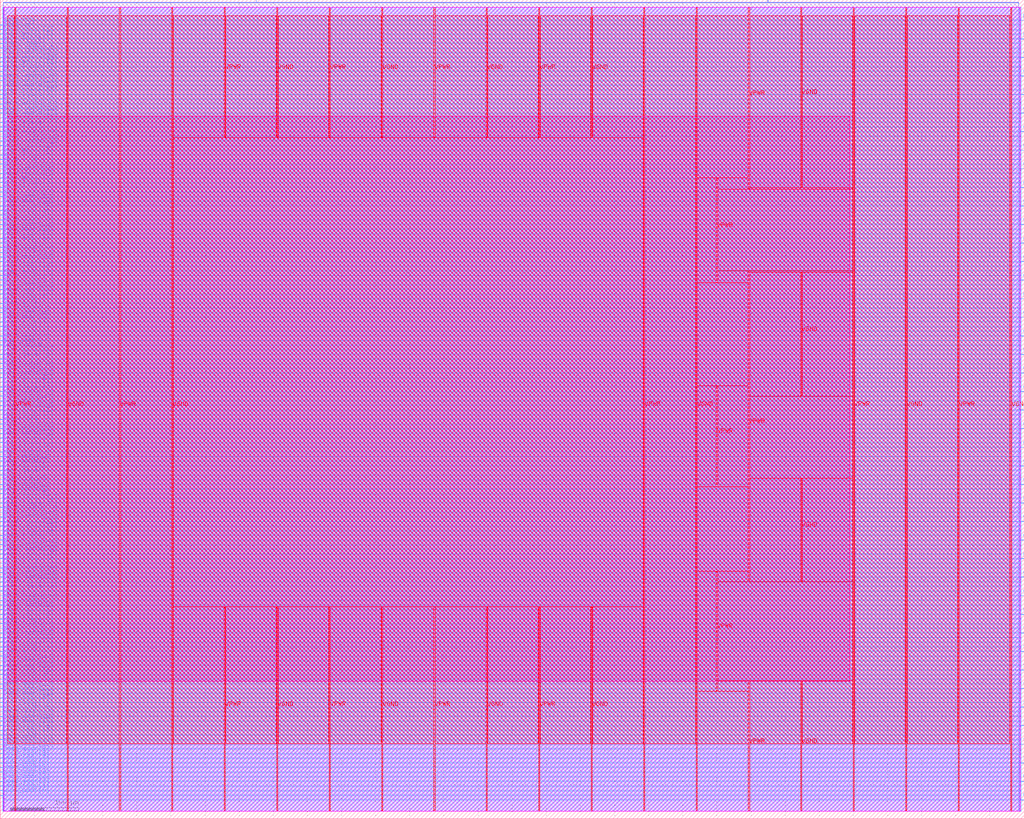
<source format=lef>
VERSION 5.7 ;
  NOWIREEXTENSIONATPIN ON ;
  DIVIDERCHAR "/" ;
  BUSBITCHARS "[]" ;
MACRO aether_soc
  CLASS BLOCK ;
  FOREIGN aether_soc ;
  ORIGIN 0.000 0.000 ;
  SIZE 1500.000 BY 1200.000 ;
  PIN VGND
    DIRECTION INOUT ;
    USE GROUND ;
    PORT
      LAYER met4 ;
        RECT 97.840 10.640 99.440 1188.880 ;
    END
    PORT
      LAYER met4 ;
        RECT 251.440 10.640 253.040 1188.880 ;
    END
    PORT
      LAYER met4 ;
        RECT 405.040 10.640 406.640 310.235 ;
    END
    PORT
      LAYER met4 ;
        RECT 405.040 998.245 406.640 1188.880 ;
    END
    PORT
      LAYER met4 ;
        RECT 558.640 10.640 560.240 310.235 ;
    END
    PORT
      LAYER met4 ;
        RECT 558.640 998.245 560.240 1188.880 ;
    END
    PORT
      LAYER met4 ;
        RECT 712.240 10.640 713.840 310.235 ;
    END
    PORT
      LAYER met4 ;
        RECT 712.240 998.245 713.840 1188.880 ;
    END
    PORT
      LAYER met4 ;
        RECT 865.840 10.640 867.440 310.235 ;
    END
    PORT
      LAYER met4 ;
        RECT 865.840 998.245 867.440 1188.880 ;
    END
    PORT
      LAYER met4 ;
        RECT 1019.440 10.640 1021.040 1188.880 ;
    END
    PORT
      LAYER met4 ;
        RECT 1173.040 10.640 1174.640 202.115 ;
    END
    PORT
      LAYER met4 ;
        RECT 1173.040 347.485 1174.640 498.715 ;
    END
    PORT
      LAYER met4 ;
        RECT 1173.040 619.640 1174.640 800.040 ;
    END
    PORT
      LAYER met4 ;
        RECT 1173.040 925.080 1174.640 1188.880 ;
    END
    PORT
      LAYER met4 ;
        RECT 1326.640 10.640 1328.240 1188.880 ;
    END
    PORT
      LAYER met4 ;
        RECT 1480.240 10.640 1481.840 1188.880 ;
    END
  END VGND
  PIN VPWR
    DIRECTION INOUT ;
    USE POWER ;
    PORT
      LAYER met4 ;
        RECT 21.040 10.640 22.640 1188.880 ;
    END
    PORT
      LAYER met4 ;
        RECT 174.640 10.640 176.240 1188.880 ;
    END
    PORT
      LAYER met4 ;
        RECT 328.240 10.640 329.840 310.235 ;
    END
    PORT
      LAYER met4 ;
        RECT 328.240 998.245 329.840 1188.880 ;
    END
    PORT
      LAYER met4 ;
        RECT 481.840 10.640 483.440 310.235 ;
    END
    PORT
      LAYER met4 ;
        RECT 481.840 998.245 483.440 1188.880 ;
    END
    PORT
      LAYER met4 ;
        RECT 635.440 10.640 637.040 310.235 ;
    END
    PORT
      LAYER met4 ;
        RECT 635.440 998.245 637.040 1188.880 ;
    END
    PORT
      LAYER met4 ;
        RECT 789.040 10.640 790.640 310.235 ;
    END
    PORT
      LAYER met4 ;
        RECT 789.040 998.245 790.640 1188.880 ;
    END
    PORT
      LAYER met4 ;
        RECT 942.640 10.640 944.240 1188.880 ;
    END
    PORT
      LAYER met4 ;
        RECT 1096.240 10.640 1097.840 202.115 ;
    END
    PORT
      LAYER met4 ;
        RECT 1096.240 347.485 1097.840 802.795 ;
    END
    PORT
      LAYER met4 ;
        RECT 1096.240 923.005 1097.840 1188.880 ;
    END
    PORT
      LAYER met4 ;
        RECT 1249.840 10.640 1251.440 1188.880 ;
    END
    PORT
      LAYER met4 ;
        RECT 1403.440 10.640 1405.040 1188.880 ;
    END
    PORT
      LAYER met4 ;
        RECT 1049.380 187.440 1050.980 362.000 ;
    END
    PORT
      LAYER met4 ;
        RECT 1049.380 486.640 1050.980 634.000 ;
    END
    PORT
      LAYER met4 ;
        RECT 1049.380 785.840 1050.980 938.640 ;
    END
  END VPWR
  PIN clk
    DIRECTION INPUT ;
    USE SIGNAL ;
    ANTENNAGATEAREA 0.852000 ;
    ANTENNADIFFAREA 0.434700 ;
    PORT
      LAYER met2 ;
        RECT 374.990 1196.000 375.270 1200.000 ;
    END
  END clk
  PIN dmem_addr[0]
    DIRECTION OUTPUT ;
    USE SIGNAL ;
    ANTENNADIFFAREA 0.445500 ;
    PORT
      LAYER met3 ;
        RECT 0.000 693.640 4.000 694.240 ;
    END
  END dmem_addr[0]
  PIN dmem_addr[10]
    DIRECTION OUTPUT ;
    USE SIGNAL ;
    ANTENNADIFFAREA 0.445500 ;
    PORT
      LAYER met3 ;
        RECT 0.000 761.640 4.000 762.240 ;
    END
  END dmem_addr[10]
  PIN dmem_addr[11]
    DIRECTION OUTPUT ;
    USE SIGNAL ;
    ANTENNADIFFAREA 0.445500 ;
    PORT
      LAYER met3 ;
        RECT 0.000 768.440 4.000 769.040 ;
    END
  END dmem_addr[11]
  PIN dmem_addr[12]
    DIRECTION OUTPUT ;
    USE SIGNAL ;
    ANTENNADIFFAREA 0.445500 ;
    PORT
      LAYER met3 ;
        RECT 0.000 775.240 4.000 775.840 ;
    END
  END dmem_addr[12]
  PIN dmem_addr[13]
    DIRECTION OUTPUT ;
    USE SIGNAL ;
    ANTENNADIFFAREA 0.445500 ;
    PORT
      LAYER met3 ;
        RECT 0.000 782.040 4.000 782.640 ;
    END
  END dmem_addr[13]
  PIN dmem_addr[14]
    DIRECTION OUTPUT ;
    USE SIGNAL ;
    ANTENNADIFFAREA 0.445500 ;
    PORT
      LAYER met3 ;
        RECT 0.000 788.840 4.000 789.440 ;
    END
  END dmem_addr[14]
  PIN dmem_addr[15]
    DIRECTION OUTPUT ;
    USE SIGNAL ;
    ANTENNADIFFAREA 0.445500 ;
    PORT
      LAYER met3 ;
        RECT 0.000 795.640 4.000 796.240 ;
    END
  END dmem_addr[15]
  PIN dmem_addr[16]
    DIRECTION OUTPUT ;
    USE SIGNAL ;
    ANTENNADIFFAREA 0.445500 ;
    PORT
      LAYER met3 ;
        RECT 0.000 802.440 4.000 803.040 ;
    END
  END dmem_addr[16]
  PIN dmem_addr[17]
    DIRECTION OUTPUT ;
    USE SIGNAL ;
    ANTENNADIFFAREA 0.445500 ;
    PORT
      LAYER met3 ;
        RECT 0.000 809.240 4.000 809.840 ;
    END
  END dmem_addr[17]
  PIN dmem_addr[18]
    DIRECTION OUTPUT ;
    USE SIGNAL ;
    ANTENNADIFFAREA 0.445500 ;
    PORT
      LAYER met3 ;
        RECT 0.000 816.040 4.000 816.640 ;
    END
  END dmem_addr[18]
  PIN dmem_addr[19]
    DIRECTION OUTPUT ;
    USE SIGNAL ;
    ANTENNADIFFAREA 0.445500 ;
    PORT
      LAYER met3 ;
        RECT 0.000 822.840 4.000 823.440 ;
    END
  END dmem_addr[19]
  PIN dmem_addr[1]
    DIRECTION OUTPUT ;
    USE SIGNAL ;
    ANTENNADIFFAREA 0.445500 ;
    PORT
      LAYER met3 ;
        RECT 0.000 700.440 4.000 701.040 ;
    END
  END dmem_addr[1]
  PIN dmem_addr[20]
    DIRECTION OUTPUT ;
    USE SIGNAL ;
    ANTENNADIFFAREA 0.445500 ;
    PORT
      LAYER met3 ;
        RECT 0.000 829.640 4.000 830.240 ;
    END
  END dmem_addr[20]
  PIN dmem_addr[21]
    DIRECTION OUTPUT ;
    USE SIGNAL ;
    ANTENNADIFFAREA 0.445500 ;
    PORT
      LAYER met3 ;
        RECT 0.000 836.440 4.000 837.040 ;
    END
  END dmem_addr[21]
  PIN dmem_addr[22]
    DIRECTION OUTPUT ;
    USE SIGNAL ;
    ANTENNADIFFAREA 0.445500 ;
    PORT
      LAYER met3 ;
        RECT 0.000 843.240 4.000 843.840 ;
    END
  END dmem_addr[22]
  PIN dmem_addr[23]
    DIRECTION OUTPUT ;
    USE SIGNAL ;
    ANTENNADIFFAREA 0.445500 ;
    PORT
      LAYER met3 ;
        RECT 0.000 850.040 4.000 850.640 ;
    END
  END dmem_addr[23]
  PIN dmem_addr[24]
    DIRECTION OUTPUT ;
    USE SIGNAL ;
    ANTENNADIFFAREA 0.445500 ;
    PORT
      LAYER met3 ;
        RECT 0.000 856.840 4.000 857.440 ;
    END
  END dmem_addr[24]
  PIN dmem_addr[25]
    DIRECTION OUTPUT ;
    USE SIGNAL ;
    ANTENNADIFFAREA 0.445500 ;
    PORT
      LAYER met3 ;
        RECT 0.000 863.640 4.000 864.240 ;
    END
  END dmem_addr[25]
  PIN dmem_addr[26]
    DIRECTION OUTPUT ;
    USE SIGNAL ;
    ANTENNADIFFAREA 0.445500 ;
    PORT
      LAYER met3 ;
        RECT 0.000 870.440 4.000 871.040 ;
    END
  END dmem_addr[26]
  PIN dmem_addr[27]
    DIRECTION OUTPUT ;
    USE SIGNAL ;
    ANTENNADIFFAREA 0.445500 ;
    PORT
      LAYER met3 ;
        RECT 0.000 877.240 4.000 877.840 ;
    END
  END dmem_addr[27]
  PIN dmem_addr[28]
    DIRECTION OUTPUT ;
    USE SIGNAL ;
    ANTENNADIFFAREA 0.445500 ;
    PORT
      LAYER met3 ;
        RECT 0.000 884.040 4.000 884.640 ;
    END
  END dmem_addr[28]
  PIN dmem_addr[29]
    DIRECTION OUTPUT ;
    USE SIGNAL ;
    ANTENNADIFFAREA 0.445500 ;
    PORT
      LAYER met3 ;
        RECT 0.000 890.840 4.000 891.440 ;
    END
  END dmem_addr[29]
  PIN dmem_addr[2]
    DIRECTION OUTPUT ;
    USE SIGNAL ;
    ANTENNADIFFAREA 0.445500 ;
    PORT
      LAYER met3 ;
        RECT 0.000 707.240 4.000 707.840 ;
    END
  END dmem_addr[2]
  PIN dmem_addr[30]
    DIRECTION OUTPUT ;
    USE SIGNAL ;
    ANTENNADIFFAREA 0.445500 ;
    PORT
      LAYER met3 ;
        RECT 0.000 897.640 4.000 898.240 ;
    END
  END dmem_addr[30]
  PIN dmem_addr[31]
    DIRECTION OUTPUT ;
    USE SIGNAL ;
    ANTENNADIFFAREA 0.445500 ;
    PORT
      LAYER met3 ;
        RECT 0.000 904.440 4.000 905.040 ;
    END
  END dmem_addr[31]
  PIN dmem_addr[3]
    DIRECTION OUTPUT ;
    USE SIGNAL ;
    ANTENNADIFFAREA 0.445500 ;
    PORT
      LAYER met3 ;
        RECT 0.000 714.040 4.000 714.640 ;
    END
  END dmem_addr[3]
  PIN dmem_addr[4]
    DIRECTION OUTPUT ;
    USE SIGNAL ;
    ANTENNADIFFAREA 0.445500 ;
    PORT
      LAYER met3 ;
        RECT 0.000 720.840 4.000 721.440 ;
    END
  END dmem_addr[4]
  PIN dmem_addr[5]
    DIRECTION OUTPUT ;
    USE SIGNAL ;
    ANTENNADIFFAREA 0.445500 ;
    PORT
      LAYER met3 ;
        RECT 0.000 727.640 4.000 728.240 ;
    END
  END dmem_addr[5]
  PIN dmem_addr[6]
    DIRECTION OUTPUT ;
    USE SIGNAL ;
    ANTENNADIFFAREA 0.445500 ;
    PORT
      LAYER met3 ;
        RECT 0.000 734.440 4.000 735.040 ;
    END
  END dmem_addr[6]
  PIN dmem_addr[7]
    DIRECTION OUTPUT ;
    USE SIGNAL ;
    ANTENNADIFFAREA 0.445500 ;
    PORT
      LAYER met3 ;
        RECT 0.000 741.240 4.000 741.840 ;
    END
  END dmem_addr[7]
  PIN dmem_addr[8]
    DIRECTION OUTPUT ;
    USE SIGNAL ;
    ANTENNADIFFAREA 0.445500 ;
    PORT
      LAYER met3 ;
        RECT 0.000 748.040 4.000 748.640 ;
    END
  END dmem_addr[8]
  PIN dmem_addr[9]
    DIRECTION OUTPUT ;
    USE SIGNAL ;
    ANTENNADIFFAREA 0.445500 ;
    PORT
      LAYER met3 ;
        RECT 0.000 754.840 4.000 755.440 ;
    END
  END dmem_addr[9]
  PIN dmem_ren
    DIRECTION OUTPUT ;
    USE SIGNAL ;
    ANTENNADIFFAREA 0.445500 ;
    PORT
      LAYER met3 ;
        RECT 0.000 1162.840 4.000 1163.440 ;
    END
  END dmem_ren
  PIN dmem_wdata[0]
    DIRECTION OUTPUT ;
    USE SIGNAL ;
    ANTENNADIFFAREA 0.445500 ;
    PORT
      LAYER met3 ;
        RECT 0.000 911.240 4.000 911.840 ;
    END
  END dmem_wdata[0]
  PIN dmem_wdata[10]
    DIRECTION OUTPUT ;
    USE SIGNAL ;
    ANTENNADIFFAREA 0.445500 ;
    PORT
      LAYER met3 ;
        RECT 0.000 979.240 4.000 979.840 ;
    END
  END dmem_wdata[10]
  PIN dmem_wdata[11]
    DIRECTION OUTPUT ;
    USE SIGNAL ;
    ANTENNADIFFAREA 0.445500 ;
    PORT
      LAYER met3 ;
        RECT 0.000 986.040 4.000 986.640 ;
    END
  END dmem_wdata[11]
  PIN dmem_wdata[12]
    DIRECTION OUTPUT ;
    USE SIGNAL ;
    ANTENNADIFFAREA 0.445500 ;
    PORT
      LAYER met3 ;
        RECT 0.000 992.840 4.000 993.440 ;
    END
  END dmem_wdata[12]
  PIN dmem_wdata[13]
    DIRECTION OUTPUT ;
    USE SIGNAL ;
    ANTENNADIFFAREA 0.445500 ;
    PORT
      LAYER met3 ;
        RECT 0.000 999.640 4.000 1000.240 ;
    END
  END dmem_wdata[13]
  PIN dmem_wdata[14]
    DIRECTION OUTPUT ;
    USE SIGNAL ;
    ANTENNADIFFAREA 0.445500 ;
    PORT
      LAYER met3 ;
        RECT 0.000 1006.440 4.000 1007.040 ;
    END
  END dmem_wdata[14]
  PIN dmem_wdata[15]
    DIRECTION OUTPUT ;
    USE SIGNAL ;
    ANTENNADIFFAREA 0.445500 ;
    PORT
      LAYER met3 ;
        RECT 0.000 1013.240 4.000 1013.840 ;
    END
  END dmem_wdata[15]
  PIN dmem_wdata[16]
    DIRECTION OUTPUT ;
    USE SIGNAL ;
    ANTENNADIFFAREA 0.445500 ;
    PORT
      LAYER met3 ;
        RECT 0.000 1020.040 4.000 1020.640 ;
    END
  END dmem_wdata[16]
  PIN dmem_wdata[17]
    DIRECTION OUTPUT ;
    USE SIGNAL ;
    ANTENNADIFFAREA 0.445500 ;
    PORT
      LAYER met3 ;
        RECT 0.000 1026.840 4.000 1027.440 ;
    END
  END dmem_wdata[17]
  PIN dmem_wdata[18]
    DIRECTION OUTPUT ;
    USE SIGNAL ;
    ANTENNADIFFAREA 0.445500 ;
    PORT
      LAYER met3 ;
        RECT 0.000 1033.640 4.000 1034.240 ;
    END
  END dmem_wdata[18]
  PIN dmem_wdata[19]
    DIRECTION OUTPUT ;
    USE SIGNAL ;
    ANTENNADIFFAREA 0.445500 ;
    PORT
      LAYER met3 ;
        RECT 0.000 1040.440 4.000 1041.040 ;
    END
  END dmem_wdata[19]
  PIN dmem_wdata[1]
    DIRECTION OUTPUT ;
    USE SIGNAL ;
    ANTENNADIFFAREA 0.445500 ;
    PORT
      LAYER met3 ;
        RECT 0.000 918.040 4.000 918.640 ;
    END
  END dmem_wdata[1]
  PIN dmem_wdata[20]
    DIRECTION OUTPUT ;
    USE SIGNAL ;
    ANTENNADIFFAREA 0.445500 ;
    PORT
      LAYER met3 ;
        RECT 0.000 1047.240 4.000 1047.840 ;
    END
  END dmem_wdata[20]
  PIN dmem_wdata[21]
    DIRECTION OUTPUT ;
    USE SIGNAL ;
    ANTENNADIFFAREA 0.445500 ;
    PORT
      LAYER met3 ;
        RECT 0.000 1054.040 4.000 1054.640 ;
    END
  END dmem_wdata[21]
  PIN dmem_wdata[22]
    DIRECTION OUTPUT ;
    USE SIGNAL ;
    ANTENNADIFFAREA 0.445500 ;
    PORT
      LAYER met3 ;
        RECT 0.000 1060.840 4.000 1061.440 ;
    END
  END dmem_wdata[22]
  PIN dmem_wdata[23]
    DIRECTION OUTPUT ;
    USE SIGNAL ;
    ANTENNADIFFAREA 0.445500 ;
    PORT
      LAYER met3 ;
        RECT 0.000 1067.640 4.000 1068.240 ;
    END
  END dmem_wdata[23]
  PIN dmem_wdata[24]
    DIRECTION OUTPUT ;
    USE SIGNAL ;
    ANTENNADIFFAREA 0.445500 ;
    PORT
      LAYER met3 ;
        RECT 0.000 1074.440 4.000 1075.040 ;
    END
  END dmem_wdata[24]
  PIN dmem_wdata[25]
    DIRECTION OUTPUT ;
    USE SIGNAL ;
    ANTENNADIFFAREA 0.445500 ;
    PORT
      LAYER met3 ;
        RECT 0.000 1081.240 4.000 1081.840 ;
    END
  END dmem_wdata[25]
  PIN dmem_wdata[26]
    DIRECTION OUTPUT ;
    USE SIGNAL ;
    ANTENNADIFFAREA 0.445500 ;
    PORT
      LAYER met3 ;
        RECT 0.000 1088.040 4.000 1088.640 ;
    END
  END dmem_wdata[26]
  PIN dmem_wdata[27]
    DIRECTION OUTPUT ;
    USE SIGNAL ;
    ANTENNADIFFAREA 0.445500 ;
    PORT
      LAYER met3 ;
        RECT 0.000 1094.840 4.000 1095.440 ;
    END
  END dmem_wdata[27]
  PIN dmem_wdata[28]
    DIRECTION OUTPUT ;
    USE SIGNAL ;
    ANTENNADIFFAREA 0.445500 ;
    PORT
      LAYER met3 ;
        RECT 0.000 1101.640 4.000 1102.240 ;
    END
  END dmem_wdata[28]
  PIN dmem_wdata[29]
    DIRECTION OUTPUT ;
    USE SIGNAL ;
    ANTENNADIFFAREA 0.445500 ;
    PORT
      LAYER met3 ;
        RECT 0.000 1108.440 4.000 1109.040 ;
    END
  END dmem_wdata[29]
  PIN dmem_wdata[2]
    DIRECTION OUTPUT ;
    USE SIGNAL ;
    ANTENNADIFFAREA 0.445500 ;
    PORT
      LAYER met3 ;
        RECT 0.000 924.840 4.000 925.440 ;
    END
  END dmem_wdata[2]
  PIN dmem_wdata[30]
    DIRECTION OUTPUT ;
    USE SIGNAL ;
    ANTENNADIFFAREA 0.445500 ;
    PORT
      LAYER met3 ;
        RECT 0.000 1115.240 4.000 1115.840 ;
    END
  END dmem_wdata[30]
  PIN dmem_wdata[31]
    DIRECTION OUTPUT ;
    USE SIGNAL ;
    ANTENNADIFFAREA 0.445500 ;
    PORT
      LAYER met3 ;
        RECT 0.000 1122.040 4.000 1122.640 ;
    END
  END dmem_wdata[31]
  PIN dmem_wdata[3]
    DIRECTION OUTPUT ;
    USE SIGNAL ;
    ANTENNADIFFAREA 0.445500 ;
    PORT
      LAYER met3 ;
        RECT 0.000 931.640 4.000 932.240 ;
    END
  END dmem_wdata[3]
  PIN dmem_wdata[4]
    DIRECTION OUTPUT ;
    USE SIGNAL ;
    ANTENNADIFFAREA 0.445500 ;
    PORT
      LAYER met3 ;
        RECT 0.000 938.440 4.000 939.040 ;
    END
  END dmem_wdata[4]
  PIN dmem_wdata[5]
    DIRECTION OUTPUT ;
    USE SIGNAL ;
    ANTENNADIFFAREA 0.445500 ;
    PORT
      LAYER met3 ;
        RECT 0.000 945.240 4.000 945.840 ;
    END
  END dmem_wdata[5]
  PIN dmem_wdata[6]
    DIRECTION OUTPUT ;
    USE SIGNAL ;
    ANTENNADIFFAREA 0.445500 ;
    PORT
      LAYER met3 ;
        RECT 0.000 952.040 4.000 952.640 ;
    END
  END dmem_wdata[6]
  PIN dmem_wdata[7]
    DIRECTION OUTPUT ;
    USE SIGNAL ;
    ANTENNADIFFAREA 0.445500 ;
    PORT
      LAYER met3 ;
        RECT 0.000 958.840 4.000 959.440 ;
    END
  END dmem_wdata[7]
  PIN dmem_wdata[8]
    DIRECTION OUTPUT ;
    USE SIGNAL ;
    ANTENNADIFFAREA 0.445500 ;
    PORT
      LAYER met3 ;
        RECT 0.000 965.640 4.000 966.240 ;
    END
  END dmem_wdata[8]
  PIN dmem_wdata[9]
    DIRECTION OUTPUT ;
    USE SIGNAL ;
    ANTENNADIFFAREA 0.445500 ;
    PORT
      LAYER met3 ;
        RECT 0.000 972.440 4.000 973.040 ;
    END
  END dmem_wdata[9]
  PIN dmem_wen
    DIRECTION OUTPUT ;
    USE SIGNAL ;
    ANTENNADIFFAREA 0.445500 ;
    PORT
      LAYER met3 ;
        RECT 0.000 1156.040 4.000 1156.640 ;
    END
  END dmem_wen
  PIN dmem_wmask[0]
    DIRECTION OUTPUT ;
    USE SIGNAL ;
    ANTENNADIFFAREA 0.445500 ;
    PORT
      LAYER met3 ;
        RECT 0.000 1128.840 4.000 1129.440 ;
    END
  END dmem_wmask[0]
  PIN dmem_wmask[1]
    DIRECTION OUTPUT ;
    USE SIGNAL ;
    ANTENNADIFFAREA 0.445500 ;
    PORT
      LAYER met3 ;
        RECT 0.000 1135.640 4.000 1136.240 ;
    END
  END dmem_wmask[1]
  PIN dmem_wmask[2]
    DIRECTION OUTPUT ;
    USE SIGNAL ;
    ANTENNADIFFAREA 0.445500 ;
    PORT
      LAYER met3 ;
        RECT 0.000 1142.440 4.000 1143.040 ;
    END
  END dmem_wmask[2]
  PIN dmem_wmask[3]
    DIRECTION OUTPUT ;
    USE SIGNAL ;
    ANTENNADIFFAREA 0.445500 ;
    PORT
      LAYER met3 ;
        RECT 0.000 1149.240 4.000 1149.840 ;
    END
  END dmem_wmask[3]
  PIN gpio_in[0]
    DIRECTION INPUT ;
    USE SIGNAL ;
    ANTENNAGATEAREA 0.159000 ;
    PORT
      LAYER met3 ;
        RECT 1496.000 516.840 1500.000 517.440 ;
    END
  END gpio_in[0]
  PIN gpio_in[10]
    DIRECTION INPUT ;
    USE SIGNAL ;
    ANTENNAGATEAREA 0.159000 ;
    PORT
      LAYER met3 ;
        RECT 1496.000 788.840 1500.000 789.440 ;
    END
  END gpio_in[10]
  PIN gpio_in[11]
    DIRECTION INPUT ;
    USE SIGNAL ;
    ANTENNAGATEAREA 0.159000 ;
    PORT
      LAYER met3 ;
        RECT 1496.000 816.040 1500.000 816.640 ;
    END
  END gpio_in[11]
  PIN gpio_in[1]
    DIRECTION INPUT ;
    USE SIGNAL ;
    ANTENNAGATEAREA 0.159000 ;
    PORT
      LAYER met3 ;
        RECT 1496.000 544.040 1500.000 544.640 ;
    END
  END gpio_in[1]
  PIN gpio_in[2]
    DIRECTION INPUT ;
    USE SIGNAL ;
    ANTENNAGATEAREA 0.159000 ;
    PORT
      LAYER met3 ;
        RECT 1496.000 571.240 1500.000 571.840 ;
    END
  END gpio_in[2]
  PIN gpio_in[3]
    DIRECTION INPUT ;
    USE SIGNAL ;
    ANTENNAGATEAREA 0.159000 ;
    PORT
      LAYER met3 ;
        RECT 1496.000 598.440 1500.000 599.040 ;
    END
  END gpio_in[3]
  PIN gpio_in[4]
    DIRECTION INPUT ;
    USE SIGNAL ;
    ANTENNAGATEAREA 0.159000 ;
    PORT
      LAYER met3 ;
        RECT 1496.000 625.640 1500.000 626.240 ;
    END
  END gpio_in[4]
  PIN gpio_in[5]
    DIRECTION INPUT ;
    USE SIGNAL ;
    ANTENNAGATEAREA 0.159000 ;
    PORT
      LAYER met3 ;
        RECT 1496.000 652.840 1500.000 653.440 ;
    END
  END gpio_in[5]
  PIN gpio_in[6]
    DIRECTION INPUT ;
    USE SIGNAL ;
    ANTENNAGATEAREA 0.159000 ;
    PORT
      LAYER met3 ;
        RECT 1496.000 680.040 1500.000 680.640 ;
    END
  END gpio_in[6]
  PIN gpio_in[7]
    DIRECTION INPUT ;
    USE SIGNAL ;
    ANTENNAGATEAREA 0.159000 ;
    PORT
      LAYER met3 ;
        RECT 1496.000 707.240 1500.000 707.840 ;
    END
  END gpio_in[7]
  PIN gpio_in[8]
    DIRECTION INPUT ;
    USE SIGNAL ;
    ANTENNAGATEAREA 0.159000 ;
    PORT
      LAYER met3 ;
        RECT 1496.000 734.440 1500.000 735.040 ;
    END
  END gpio_in[8]
  PIN gpio_in[9]
    DIRECTION INPUT ;
    USE SIGNAL ;
    ANTENNAGATEAREA 0.159000 ;
    PORT
      LAYER met3 ;
        RECT 1496.000 761.640 1500.000 762.240 ;
    END
  END gpio_in[9]
  PIN gpio_led[0]
    DIRECTION OUTPUT ;
    USE SIGNAL ;
    ANTENNADIFFAREA 0.445500 ;
    PORT
      LAYER met3 ;
        RECT 1496.000 408.040 1500.000 408.640 ;
    END
  END gpio_led[0]
  PIN gpio_led[1]
    DIRECTION OUTPUT ;
    USE SIGNAL ;
    ANTENNADIFFAREA 0.445500 ;
    PORT
      LAYER met3 ;
        RECT 1496.000 435.240 1500.000 435.840 ;
    END
  END gpio_led[1]
  PIN gpio_led[2]
    DIRECTION OUTPUT ;
    USE SIGNAL ;
    ANTENNADIFFAREA 0.445500 ;
    PORT
      LAYER met3 ;
        RECT 1496.000 462.440 1500.000 463.040 ;
    END
  END gpio_led[2]
  PIN gpio_led[3]
    DIRECTION OUTPUT ;
    USE SIGNAL ;
    ANTENNADIFFAREA 0.445500 ;
    PORT
      LAYER met3 ;
        RECT 1496.000 489.640 1500.000 490.240 ;
    END
  END gpio_led[3]
  PIN gpio_out[0]
    DIRECTION OUTPUT ;
    USE SIGNAL ;
    ANTENNADIFFAREA 0.445500 ;
    PORT
      LAYER met3 ;
        RECT 1496.000 843.240 1500.000 843.840 ;
    END
  END gpio_out[0]
  PIN gpio_out[10]
    DIRECTION OUTPUT ;
    USE SIGNAL ;
    ANTENNADIFFAREA 0.445500 ;
    PORT
      LAYER met3 ;
        RECT 1496.000 1115.240 1500.000 1115.840 ;
    END
  END gpio_out[10]
  PIN gpio_out[11]
    DIRECTION OUTPUT ;
    USE SIGNAL ;
    ANTENNADIFFAREA 0.445500 ;
    PORT
      LAYER met3 ;
        RECT 1496.000 1142.440 1500.000 1143.040 ;
    END
  END gpio_out[11]
  PIN gpio_out[1]
    DIRECTION OUTPUT ;
    USE SIGNAL ;
    ANTENNADIFFAREA 0.445500 ;
    PORT
      LAYER met3 ;
        RECT 1496.000 870.440 1500.000 871.040 ;
    END
  END gpio_out[1]
  PIN gpio_out[2]
    DIRECTION OUTPUT ;
    USE SIGNAL ;
    ANTENNADIFFAREA 0.445500 ;
    PORT
      LAYER met3 ;
        RECT 1496.000 897.640 1500.000 898.240 ;
    END
  END gpio_out[2]
  PIN gpio_out[3]
    DIRECTION OUTPUT ;
    USE SIGNAL ;
    ANTENNADIFFAREA 0.445500 ;
    PORT
      LAYER met3 ;
        RECT 1496.000 924.840 1500.000 925.440 ;
    END
  END gpio_out[3]
  PIN gpio_out[4]
    DIRECTION OUTPUT ;
    USE SIGNAL ;
    ANTENNADIFFAREA 0.445500 ;
    PORT
      LAYER met3 ;
        RECT 1496.000 952.040 1500.000 952.640 ;
    END
  END gpio_out[4]
  PIN gpio_out[5]
    DIRECTION OUTPUT ;
    USE SIGNAL ;
    ANTENNADIFFAREA 0.445500 ;
    PORT
      LAYER met3 ;
        RECT 1496.000 979.240 1500.000 979.840 ;
    END
  END gpio_out[5]
  PIN gpio_out[6]
    DIRECTION OUTPUT ;
    USE SIGNAL ;
    ANTENNADIFFAREA 0.445500 ;
    PORT
      LAYER met3 ;
        RECT 1496.000 1006.440 1500.000 1007.040 ;
    END
  END gpio_out[6]
  PIN gpio_out[7]
    DIRECTION OUTPUT ;
    USE SIGNAL ;
    ANTENNADIFFAREA 0.445500 ;
    PORT
      LAYER met3 ;
        RECT 1496.000 1033.640 1500.000 1034.240 ;
    END
  END gpio_out[7]
  PIN gpio_out[8]
    DIRECTION OUTPUT ;
    USE SIGNAL ;
    ANTENNADIFFAREA 0.445500 ;
    PORT
      LAYER met3 ;
        RECT 1496.000 1060.840 1500.000 1061.440 ;
    END
  END gpio_out[8]
  PIN gpio_out[9]
    DIRECTION OUTPUT ;
    USE SIGNAL ;
    ANTENNADIFFAREA 0.445500 ;
    PORT
      LAYER met3 ;
        RECT 1496.000 1088.040 1500.000 1088.640 ;
    END
  END gpio_out[9]
  PIN gpio_sw[0]
    DIRECTION INPUT ;
    USE SIGNAL ;
    ANTENNAGATEAREA 0.213000 ;
    PORT
      LAYER met3 ;
        RECT 1496.000 299.240 1500.000 299.840 ;
    END
  END gpio_sw[0]
  PIN gpio_sw[1]
    DIRECTION INPUT ;
    USE SIGNAL ;
    ANTENNAGATEAREA 0.159000 ;
    PORT
      LAYER met3 ;
        RECT 1496.000 326.440 1500.000 327.040 ;
    END
  END gpio_sw[1]
  PIN gpio_sw[2]
    DIRECTION INPUT ;
    USE SIGNAL ;
    ANTENNAGATEAREA 0.159000 ;
    PORT
      LAYER met3 ;
        RECT 1496.000 353.640 1500.000 354.240 ;
    END
  END gpio_sw[2]
  PIN gpio_sw[3]
    DIRECTION INPUT ;
    USE SIGNAL ;
    ANTENNAGATEAREA 0.159000 ;
    PORT
      LAYER met3 ;
        RECT 1496.000 380.840 1500.000 381.440 ;
    END
  END gpio_sw[3]
  PIN imem_addr[0]
    DIRECTION OUTPUT ;
    USE SIGNAL ;
    ANTENNADIFFAREA 0.445500 ;
    PORT
      LAYER met3 ;
        RECT 0.000 34.040 4.000 34.640 ;
    END
  END imem_addr[0]
  PIN imem_addr[10]
    DIRECTION OUTPUT ;
    USE SIGNAL ;
    ANTENNADIFFAREA 0.445500 ;
    PORT
      LAYER met3 ;
        RECT 0.000 102.040 4.000 102.640 ;
    END
  END imem_addr[10]
  PIN imem_addr[11]
    DIRECTION OUTPUT ;
    USE SIGNAL ;
    ANTENNADIFFAREA 0.445500 ;
    PORT
      LAYER met3 ;
        RECT 0.000 108.840 4.000 109.440 ;
    END
  END imem_addr[11]
  PIN imem_addr[12]
    DIRECTION OUTPUT ;
    USE SIGNAL ;
    ANTENNADIFFAREA 0.445500 ;
    PORT
      LAYER met3 ;
        RECT 0.000 115.640 4.000 116.240 ;
    END
  END imem_addr[12]
  PIN imem_addr[13]
    DIRECTION OUTPUT ;
    USE SIGNAL ;
    ANTENNADIFFAREA 0.445500 ;
    PORT
      LAYER met3 ;
        RECT 0.000 122.440 4.000 123.040 ;
    END
  END imem_addr[13]
  PIN imem_addr[14]
    DIRECTION OUTPUT ;
    USE SIGNAL ;
    ANTENNADIFFAREA 0.445500 ;
    PORT
      LAYER met3 ;
        RECT 0.000 129.240 4.000 129.840 ;
    END
  END imem_addr[14]
  PIN imem_addr[15]
    DIRECTION OUTPUT ;
    USE SIGNAL ;
    ANTENNADIFFAREA 0.445500 ;
    PORT
      LAYER met3 ;
        RECT 0.000 136.040 4.000 136.640 ;
    END
  END imem_addr[15]
  PIN imem_addr[16]
    DIRECTION OUTPUT ;
    USE SIGNAL ;
    ANTENNADIFFAREA 0.445500 ;
    PORT
      LAYER met3 ;
        RECT 0.000 142.840 4.000 143.440 ;
    END
  END imem_addr[16]
  PIN imem_addr[17]
    DIRECTION OUTPUT ;
    USE SIGNAL ;
    ANTENNADIFFAREA 0.445500 ;
    PORT
      LAYER met3 ;
        RECT 0.000 149.640 4.000 150.240 ;
    END
  END imem_addr[17]
  PIN imem_addr[18]
    DIRECTION OUTPUT ;
    USE SIGNAL ;
    ANTENNADIFFAREA 0.445500 ;
    PORT
      LAYER met3 ;
        RECT 0.000 156.440 4.000 157.040 ;
    END
  END imem_addr[18]
  PIN imem_addr[19]
    DIRECTION OUTPUT ;
    USE SIGNAL ;
    ANTENNADIFFAREA 0.445500 ;
    PORT
      LAYER met3 ;
        RECT 0.000 163.240 4.000 163.840 ;
    END
  END imem_addr[19]
  PIN imem_addr[1]
    DIRECTION OUTPUT ;
    USE SIGNAL ;
    ANTENNADIFFAREA 0.445500 ;
    PORT
      LAYER met3 ;
        RECT 0.000 40.840 4.000 41.440 ;
    END
  END imem_addr[1]
  PIN imem_addr[20]
    DIRECTION OUTPUT ;
    USE SIGNAL ;
    ANTENNADIFFAREA 0.445500 ;
    PORT
      LAYER met3 ;
        RECT 0.000 170.040 4.000 170.640 ;
    END
  END imem_addr[20]
  PIN imem_addr[21]
    DIRECTION OUTPUT ;
    USE SIGNAL ;
    ANTENNADIFFAREA 0.445500 ;
    PORT
      LAYER met3 ;
        RECT 0.000 176.840 4.000 177.440 ;
    END
  END imem_addr[21]
  PIN imem_addr[22]
    DIRECTION OUTPUT ;
    USE SIGNAL ;
    ANTENNADIFFAREA 0.445500 ;
    PORT
      LAYER met3 ;
        RECT 0.000 183.640 4.000 184.240 ;
    END
  END imem_addr[22]
  PIN imem_addr[23]
    DIRECTION OUTPUT ;
    USE SIGNAL ;
    ANTENNADIFFAREA 0.445500 ;
    PORT
      LAYER met3 ;
        RECT 0.000 190.440 4.000 191.040 ;
    END
  END imem_addr[23]
  PIN imem_addr[24]
    DIRECTION OUTPUT ;
    USE SIGNAL ;
    ANTENNADIFFAREA 0.445500 ;
    PORT
      LAYER met3 ;
        RECT 0.000 197.240 4.000 197.840 ;
    END
  END imem_addr[24]
  PIN imem_addr[25]
    DIRECTION OUTPUT ;
    USE SIGNAL ;
    ANTENNADIFFAREA 0.445500 ;
    PORT
      LAYER met3 ;
        RECT 0.000 204.040 4.000 204.640 ;
    END
  END imem_addr[25]
  PIN imem_addr[26]
    DIRECTION OUTPUT ;
    USE SIGNAL ;
    ANTENNADIFFAREA 0.445500 ;
    PORT
      LAYER met3 ;
        RECT 0.000 210.840 4.000 211.440 ;
    END
  END imem_addr[26]
  PIN imem_addr[27]
    DIRECTION OUTPUT ;
    USE SIGNAL ;
    ANTENNADIFFAREA 0.445500 ;
    PORT
      LAYER met3 ;
        RECT 0.000 217.640 4.000 218.240 ;
    END
  END imem_addr[27]
  PIN imem_addr[28]
    DIRECTION OUTPUT ;
    USE SIGNAL ;
    ANTENNADIFFAREA 0.445500 ;
    PORT
      LAYER met3 ;
        RECT 0.000 224.440 4.000 225.040 ;
    END
  END imem_addr[28]
  PIN imem_addr[29]
    DIRECTION OUTPUT ;
    USE SIGNAL ;
    ANTENNADIFFAREA 0.445500 ;
    PORT
      LAYER met3 ;
        RECT 0.000 231.240 4.000 231.840 ;
    END
  END imem_addr[29]
  PIN imem_addr[2]
    DIRECTION OUTPUT ;
    USE SIGNAL ;
    ANTENNADIFFAREA 0.445500 ;
    PORT
      LAYER met3 ;
        RECT 0.000 47.640 4.000 48.240 ;
    END
  END imem_addr[2]
  PIN imem_addr[30]
    DIRECTION OUTPUT ;
    USE SIGNAL ;
    ANTENNADIFFAREA 0.445500 ;
    PORT
      LAYER met3 ;
        RECT 0.000 238.040 4.000 238.640 ;
    END
  END imem_addr[30]
  PIN imem_addr[31]
    DIRECTION OUTPUT ;
    USE SIGNAL ;
    ANTENNADIFFAREA 0.445500 ;
    PORT
      LAYER met3 ;
        RECT 0.000 244.840 4.000 245.440 ;
    END
  END imem_addr[31]
  PIN imem_addr[3]
    DIRECTION OUTPUT ;
    USE SIGNAL ;
    ANTENNADIFFAREA 0.445500 ;
    PORT
      LAYER met3 ;
        RECT 0.000 54.440 4.000 55.040 ;
    END
  END imem_addr[3]
  PIN imem_addr[4]
    DIRECTION OUTPUT ;
    USE SIGNAL ;
    ANTENNADIFFAREA 0.445500 ;
    PORT
      LAYER met3 ;
        RECT 0.000 61.240 4.000 61.840 ;
    END
  END imem_addr[4]
  PIN imem_addr[5]
    DIRECTION OUTPUT ;
    USE SIGNAL ;
    ANTENNADIFFAREA 0.445500 ;
    PORT
      LAYER met3 ;
        RECT 0.000 68.040 4.000 68.640 ;
    END
  END imem_addr[5]
  PIN imem_addr[6]
    DIRECTION OUTPUT ;
    USE SIGNAL ;
    ANTENNADIFFAREA 0.445500 ;
    PORT
      LAYER met3 ;
        RECT 0.000 74.840 4.000 75.440 ;
    END
  END imem_addr[6]
  PIN imem_addr[7]
    DIRECTION OUTPUT ;
    USE SIGNAL ;
    ANTENNADIFFAREA 0.445500 ;
    PORT
      LAYER met3 ;
        RECT 0.000 81.640 4.000 82.240 ;
    END
  END imem_addr[7]
  PIN imem_addr[8]
    DIRECTION OUTPUT ;
    USE SIGNAL ;
    ANTENNADIFFAREA 0.445500 ;
    PORT
      LAYER met3 ;
        RECT 0.000 88.440 4.000 89.040 ;
    END
  END imem_addr[8]
  PIN imem_addr[9]
    DIRECTION OUTPUT ;
    USE SIGNAL ;
    ANTENNADIFFAREA 0.445500 ;
    PORT
      LAYER met3 ;
        RECT 0.000 95.240 4.000 95.840 ;
    END
  END imem_addr[9]
  PIN imem_rdata[0]
    DIRECTION INPUT ;
    USE SIGNAL ;
    ANTENNADIFFAREA 9.998099 ;
    PORT
      LAYER met3 ;
        RECT 0.000 251.640 4.000 252.240 ;
    END
  END imem_rdata[0]
  PIN imem_rdata[10]
    DIRECTION INPUT ;
    USE SIGNAL ;
    ANTENNADIFFAREA 0.434700 ;
    PORT
      LAYER met3 ;
        RECT 0.000 319.640 4.000 320.240 ;
    END
  END imem_rdata[10]
  PIN imem_rdata[11]
    DIRECTION INPUT ;
    USE SIGNAL ;
    ANTENNADIFFAREA 0.434700 ;
    PORT
      LAYER met3 ;
        RECT 0.000 326.440 4.000 327.040 ;
    END
  END imem_rdata[11]
  PIN imem_rdata[12]
    DIRECTION INPUT ;
    USE SIGNAL ;
    ANTENNADIFFAREA 3.912300 ;
    PORT
      LAYER met3 ;
        RECT 0.000 333.240 4.000 333.840 ;
    END
  END imem_rdata[12]
  PIN imem_rdata[13]
    DIRECTION INPUT ;
    USE SIGNAL ;
    ANTENNADIFFAREA 3.477600 ;
    PORT
      LAYER met3 ;
        RECT 0.000 340.040 4.000 340.640 ;
    END
  END imem_rdata[13]
  PIN imem_rdata[14]
    DIRECTION INPUT ;
    USE SIGNAL ;
    ANTENNADIFFAREA 0.869400 ;
    PORT
      LAYER met3 ;
        RECT 0.000 346.840 4.000 347.440 ;
    END
  END imem_rdata[14]
  PIN imem_rdata[15]
    DIRECTION INPUT ;
    USE SIGNAL ;
    ANTENNADIFFAREA 1.738800 ;
    PORT
      LAYER met3 ;
        RECT 0.000 353.640 4.000 354.240 ;
    END
  END imem_rdata[15]
  PIN imem_rdata[16]
    DIRECTION INPUT ;
    USE SIGNAL ;
    ANTENNADIFFAREA 1.304100 ;
    PORT
      LAYER met3 ;
        RECT 0.000 360.440 4.000 361.040 ;
    END
  END imem_rdata[16]
  PIN imem_rdata[17]
    DIRECTION INPUT ;
    USE SIGNAL ;
    ANTENNADIFFAREA 0.434700 ;
    PORT
      LAYER met3 ;
        RECT 0.000 367.240 4.000 367.840 ;
    END
  END imem_rdata[17]
  PIN imem_rdata[18]
    DIRECTION INPUT ;
    USE SIGNAL ;
    ANTENNADIFFAREA 0.434700 ;
    PORT
      LAYER met3 ;
        RECT 0.000 374.040 4.000 374.640 ;
    END
  END imem_rdata[18]
  PIN imem_rdata[19]
    DIRECTION INPUT ;
    USE SIGNAL ;
    ANTENNADIFFAREA 0.434700 ;
    PORT
      LAYER met3 ;
        RECT 0.000 380.840 4.000 381.440 ;
    END
  END imem_rdata[19]
  PIN imem_rdata[1]
    DIRECTION INPUT ;
    USE SIGNAL ;
    ANTENNADIFFAREA 15.214499 ;
    PORT
      LAYER met3 ;
        RECT 0.000 258.440 4.000 259.040 ;
    END
  END imem_rdata[1]
  PIN imem_rdata[20]
    DIRECTION INPUT ;
    USE SIGNAL ;
    ANTENNADIFFAREA 1.304100 ;
    PORT
      LAYER met3 ;
        RECT 0.000 387.640 4.000 388.240 ;
    END
  END imem_rdata[20]
  PIN imem_rdata[21]
    DIRECTION INPUT ;
    USE SIGNAL ;
    ANTENNADIFFAREA 0.434700 ;
    PORT
      LAYER met3 ;
        RECT 0.000 394.440 4.000 395.040 ;
    END
  END imem_rdata[21]
  PIN imem_rdata[22]
    DIRECTION INPUT ;
    USE SIGNAL ;
    ANTENNADIFFAREA 4.781700 ;
    PORT
      LAYER met3 ;
        RECT 0.000 401.240 4.000 401.840 ;
    END
  END imem_rdata[22]
  PIN imem_rdata[23]
    DIRECTION INPUT ;
    USE SIGNAL ;
    ANTENNADIFFAREA 4.347000 ;
    PORT
      LAYER met3 ;
        RECT 0.000 408.040 4.000 408.640 ;
    END
  END imem_rdata[23]
  PIN imem_rdata[24]
    DIRECTION INPUT ;
    USE SIGNAL ;
    ANTENNADIFFAREA 19.561499 ;
    PORT
      LAYER met3 ;
        RECT 0.000 414.840 4.000 415.440 ;
    END
  END imem_rdata[24]
  PIN imem_rdata[25]
    DIRECTION INPUT ;
    USE SIGNAL ;
    ANTENNADIFFAREA 9.998099 ;
    PORT
      LAYER met3 ;
        RECT 0.000 421.640 4.000 422.240 ;
    END
  END imem_rdata[25]
  PIN imem_rdata[26]
    DIRECTION INPUT ;
    USE SIGNAL ;
    ANTENNADIFFAREA 7.389900 ;
    PORT
      LAYER met3 ;
        RECT 0.000 428.440 4.000 429.040 ;
    END
  END imem_rdata[26]
  PIN imem_rdata[27]
    DIRECTION INPUT ;
    USE SIGNAL ;
    ANTENNADIFFAREA 8.259300 ;
    PORT
      LAYER met3 ;
        RECT 0.000 435.240 4.000 435.840 ;
    END
  END imem_rdata[27]
  PIN imem_rdata[28]
    DIRECTION INPUT ;
    USE SIGNAL ;
    ANTENNADIFFAREA 9.128699 ;
    PORT
      LAYER met3 ;
        RECT 0.000 442.040 4.000 442.640 ;
    END
  END imem_rdata[28]
  PIN imem_rdata[29]
    DIRECTION INPUT ;
    USE SIGNAL ;
    ANTENNADIFFAREA 9.998099 ;
    PORT
      LAYER met3 ;
        RECT 0.000 448.840 4.000 449.440 ;
    END
  END imem_rdata[29]
  PIN imem_rdata[2]
    DIRECTION INPUT ;
    USE SIGNAL ;
    ANTENNADIFFAREA 9.563399 ;
    PORT
      LAYER met3 ;
        RECT 0.000 265.240 4.000 265.840 ;
    END
  END imem_rdata[2]
  PIN imem_rdata[30]
    DIRECTION INPUT ;
    USE SIGNAL ;
    ANTENNADIFFAREA 9.998099 ;
    PORT
      LAYER met3 ;
        RECT 0.000 455.640 4.000 456.240 ;
    END
  END imem_rdata[30]
  PIN imem_rdata[31]
    DIRECTION INPUT ;
    USE SIGNAL ;
    ANTENNADIFFAREA 9.998099 ;
    PORT
      LAYER met3 ;
        RECT 0.000 462.440 4.000 463.040 ;
    END
  END imem_rdata[31]
  PIN imem_rdata[3]
    DIRECTION INPUT ;
    USE SIGNAL ;
    ANTENNADIFFAREA 9.563399 ;
    PORT
      LAYER met3 ;
        RECT 0.000 272.040 4.000 272.640 ;
    END
  END imem_rdata[3]
  PIN imem_rdata[4]
    DIRECTION INPUT ;
    USE SIGNAL ;
    ANTENNADIFFAREA 12.171599 ;
    PORT
      LAYER met3 ;
        RECT 0.000 278.840 4.000 279.440 ;
    END
  END imem_rdata[4]
  PIN imem_rdata[5]
    DIRECTION INPUT ;
    USE SIGNAL ;
    ANTENNADIFFAREA 6.955200 ;
    PORT
      LAYER met3 ;
        RECT 0.000 285.640 4.000 286.240 ;
    END
  END imem_rdata[5]
  PIN imem_rdata[6]
    DIRECTION INPUT ;
    USE SIGNAL ;
    ANTENNADIFFAREA 8.694000 ;
    PORT
      LAYER met3 ;
        RECT 0.000 292.440 4.000 293.040 ;
    END
  END imem_rdata[6]
  PIN imem_rdata[7]
    DIRECTION INPUT ;
    USE SIGNAL ;
    ANTENNADIFFAREA 0.434700 ;
    PORT
      LAYER met3 ;
        RECT 0.000 299.240 4.000 299.840 ;
    END
  END imem_rdata[7]
  PIN imem_rdata[8]
    DIRECTION INPUT ;
    USE SIGNAL ;
    ANTENNADIFFAREA 4.781700 ;
    PORT
      LAYER met3 ;
        RECT 0.000 306.040 4.000 306.640 ;
    END
  END imem_rdata[8]
  PIN imem_rdata[9]
    DIRECTION INPUT ;
    USE SIGNAL ;
    ANTENNADIFFAREA 5.216400 ;
    PORT
      LAYER met3 ;
        RECT 0.000 312.840 4.000 313.440 ;
    END
  END imem_rdata[9]
  PIN pwm_out
    DIRECTION OUTPUT ;
    USE SIGNAL ;
    ANTENNADIFFAREA 0.445500 ;
    PORT
      LAYER met3 ;
        RECT 1496.000 1169.640 1500.000 1170.240 ;
    END
  END pwm_out
  PIN ram_rdata[0]
    DIRECTION INPUT ;
    USE SIGNAL ;
    ANTENNAGATEAREA 0.742500 ;
    PORT
      LAYER met3 ;
        RECT 0.000 469.240 4.000 469.840 ;
    END
  END ram_rdata[0]
  PIN ram_rdata[10]
    DIRECTION INPUT ;
    USE SIGNAL ;
    ANTENNAGATEAREA 0.426000 ;
    PORT
      LAYER met3 ;
        RECT 0.000 537.240 4.000 537.840 ;
    END
  END ram_rdata[10]
  PIN ram_rdata[11]
    DIRECTION INPUT ;
    USE SIGNAL ;
    ANTENNAGATEAREA 0.742500 ;
    PORT
      LAYER met3 ;
        RECT 0.000 544.040 4.000 544.640 ;
    END
  END ram_rdata[11]
  PIN ram_rdata[12]
    DIRECTION INPUT ;
    USE SIGNAL ;
    ANTENNAGATEAREA 0.426000 ;
    PORT
      LAYER met3 ;
        RECT 0.000 550.840 4.000 551.440 ;
    END
  END ram_rdata[12]
  PIN ram_rdata[13]
    DIRECTION INPUT ;
    USE SIGNAL ;
    ANTENNAGATEAREA 0.426000 ;
    PORT
      LAYER met3 ;
        RECT 0.000 557.640 4.000 558.240 ;
    END
  END ram_rdata[13]
  PIN ram_rdata[14]
    DIRECTION INPUT ;
    USE SIGNAL ;
    ANTENNAGATEAREA 0.426000 ;
    PORT
      LAYER met3 ;
        RECT 0.000 564.440 4.000 565.040 ;
    END
  END ram_rdata[14]
  PIN ram_rdata[15]
    DIRECTION INPUT ;
    USE SIGNAL ;
    ANTENNAGATEAREA 0.426000 ;
    PORT
      LAYER met3 ;
        RECT 0.000 571.240 4.000 571.840 ;
    END
  END ram_rdata[15]
  PIN ram_rdata[16]
    DIRECTION INPUT ;
    USE SIGNAL ;
    ANTENNAGATEAREA 0.426000 ;
    PORT
      LAYER met3 ;
        RECT 0.000 578.040 4.000 578.640 ;
    END
  END ram_rdata[16]
  PIN ram_rdata[17]
    DIRECTION INPUT ;
    USE SIGNAL ;
    ANTENNAGATEAREA 0.426000 ;
    PORT
      LAYER met3 ;
        RECT 0.000 584.840 4.000 585.440 ;
    END
  END ram_rdata[17]
  PIN ram_rdata[18]
    DIRECTION INPUT ;
    USE SIGNAL ;
    ANTENNAGATEAREA 0.426000 ;
    PORT
      LAYER met3 ;
        RECT 0.000 591.640 4.000 592.240 ;
    END
  END ram_rdata[18]
  PIN ram_rdata[19]
    DIRECTION INPUT ;
    USE SIGNAL ;
    ANTENNAGATEAREA 0.426000 ;
    PORT
      LAYER met3 ;
        RECT 0.000 598.440 4.000 599.040 ;
    END
  END ram_rdata[19]
  PIN ram_rdata[1]
    DIRECTION INPUT ;
    USE SIGNAL ;
    ANTENNAGATEAREA 0.495000 ;
    PORT
      LAYER met3 ;
        RECT 0.000 476.040 4.000 476.640 ;
    END
  END ram_rdata[1]
  PIN ram_rdata[20]
    DIRECTION INPUT ;
    USE SIGNAL ;
    ANTENNAGATEAREA 0.495000 ;
    PORT
      LAYER met3 ;
        RECT 0.000 605.240 4.000 605.840 ;
    END
  END ram_rdata[20]
  PIN ram_rdata[21]
    DIRECTION INPUT ;
    USE SIGNAL ;
    ANTENNAGATEAREA 0.426000 ;
    PORT
      LAYER met3 ;
        RECT 0.000 612.040 4.000 612.640 ;
    END
  END ram_rdata[21]
  PIN ram_rdata[22]
    DIRECTION INPUT ;
    USE SIGNAL ;
    ANTENNAGATEAREA 0.495000 ;
    PORT
      LAYER met3 ;
        RECT 0.000 618.840 4.000 619.440 ;
    END
  END ram_rdata[22]
  PIN ram_rdata[23]
    DIRECTION INPUT ;
    USE SIGNAL ;
    ANTENNAGATEAREA 0.426000 ;
    PORT
      LAYER met3 ;
        RECT 0.000 625.640 4.000 626.240 ;
    END
  END ram_rdata[23]
  PIN ram_rdata[24]
    DIRECTION INPUT ;
    USE SIGNAL ;
    ANTENNAGATEAREA 0.495000 ;
    PORT
      LAYER met3 ;
        RECT 0.000 632.440 4.000 633.040 ;
    END
  END ram_rdata[24]
  PIN ram_rdata[25]
    DIRECTION INPUT ;
    USE SIGNAL ;
    ANTENNAGATEAREA 0.495000 ;
    PORT
      LAYER met3 ;
        RECT 0.000 639.240 4.000 639.840 ;
    END
  END ram_rdata[25]
  PIN ram_rdata[26]
    DIRECTION INPUT ;
    USE SIGNAL ;
    ANTENNAGATEAREA 0.495000 ;
    PORT
      LAYER met3 ;
        RECT 0.000 646.040 4.000 646.640 ;
    END
  END ram_rdata[26]
  PIN ram_rdata[27]
    DIRECTION INPUT ;
    USE SIGNAL ;
    ANTENNAGATEAREA 0.495000 ;
    PORT
      LAYER met3 ;
        RECT 0.000 652.840 4.000 653.440 ;
    END
  END ram_rdata[27]
  PIN ram_rdata[28]
    DIRECTION INPUT ;
    USE SIGNAL ;
    ANTENNAGATEAREA 0.495000 ;
    PORT
      LAYER met3 ;
        RECT 0.000 659.640 4.000 660.240 ;
    END
  END ram_rdata[28]
  PIN ram_rdata[29]
    DIRECTION INPUT ;
    USE SIGNAL ;
    ANTENNAGATEAREA 0.426000 ;
    PORT
      LAYER met3 ;
        RECT 0.000 666.440 4.000 667.040 ;
    END
  END ram_rdata[29]
  PIN ram_rdata[2]
    DIRECTION INPUT ;
    USE SIGNAL ;
    ANTENNAGATEAREA 0.495000 ;
    PORT
      LAYER met3 ;
        RECT 0.000 482.840 4.000 483.440 ;
    END
  END ram_rdata[2]
  PIN ram_rdata[30]
    DIRECTION INPUT ;
    USE SIGNAL ;
    ANTENNAGATEAREA 0.426000 ;
    PORT
      LAYER met3 ;
        RECT 0.000 673.240 4.000 673.840 ;
    END
  END ram_rdata[30]
  PIN ram_rdata[31]
    DIRECTION INPUT ;
    USE SIGNAL ;
    ANTENNAGATEAREA 0.426000 ;
    PORT
      LAYER met3 ;
        RECT 0.000 680.040 4.000 680.640 ;
    END
  END ram_rdata[31]
  PIN ram_rdata[3]
    DIRECTION INPUT ;
    USE SIGNAL ;
    ANTENNAGATEAREA 0.495000 ;
    PORT
      LAYER met3 ;
        RECT 0.000 489.640 4.000 490.240 ;
    END
  END ram_rdata[3]
  PIN ram_rdata[4]
    DIRECTION INPUT ;
    USE SIGNAL ;
    ANTENNAGATEAREA 0.742500 ;
    PORT
      LAYER met3 ;
        RECT 0.000 496.440 4.000 497.040 ;
    END
  END ram_rdata[4]
  PIN ram_rdata[5]
    DIRECTION INPUT ;
    USE SIGNAL ;
    ANTENNAGATEAREA 0.742500 ;
    PORT
      LAYER met3 ;
        RECT 0.000 503.240 4.000 503.840 ;
    END
  END ram_rdata[5]
  PIN ram_rdata[6]
    DIRECTION INPUT ;
    USE SIGNAL ;
    ANTENNAGATEAREA 0.495000 ;
    PORT
      LAYER met3 ;
        RECT 0.000 510.040 4.000 510.640 ;
    END
  END ram_rdata[6]
  PIN ram_rdata[7]
    DIRECTION INPUT ;
    USE SIGNAL ;
    ANTENNAGATEAREA 0.742500 ;
    PORT
      LAYER met3 ;
        RECT 0.000 516.840 4.000 517.440 ;
    END
  END ram_rdata[7]
  PIN ram_rdata[8]
    DIRECTION INPUT ;
    USE SIGNAL ;
    ANTENNAGATEAREA 0.495000 ;
    PORT
      LAYER met3 ;
        RECT 0.000 523.640 4.000 524.240 ;
    END
  END ram_rdata[8]
  PIN ram_rdata[9]
    DIRECTION INPUT ;
    USE SIGNAL ;
    ANTENNAGATEAREA 0.495000 ;
    PORT
      LAYER met3 ;
        RECT 0.000 530.440 4.000 531.040 ;
    END
  END ram_rdata[9]
  PIN ram_rvalid
    DIRECTION INPUT ;
    USE SIGNAL ;
    PORT
      LAYER met3 ;
        RECT 0.000 686.840 4.000 687.440 ;
    END
  END ram_rvalid
  PIN rstn
    DIRECTION INPUT ;
    USE SIGNAL ;
    ANTENNAGATEAREA 0.852000 ;
    PORT
      LAYER met2 ;
        RECT 1124.790 1196.000 1125.070 1200.000 ;
    END
  END rstn
  PIN spi_clk
    DIRECTION INOUT ;
    USE SIGNAL ;
    ANTENNADIFFAREA 4.347000 ;
    PORT
      LAYER met3 ;
        RECT 1496.000 81.640 1500.000 82.240 ;
    END
  END spi_clk
  PIN spi_master_cs[0]
    DIRECTION OUTPUT ;
    USE SIGNAL ;
    ANTENNADIFFAREA 0.445500 ;
    PORT
      LAYER met3 ;
        RECT 1496.000 190.440 1500.000 191.040 ;
    END
  END spi_master_cs[0]
  PIN spi_master_cs[1]
    DIRECTION OUTPUT ;
    USE SIGNAL ;
    ANTENNADIFFAREA 0.445500 ;
    PORT
      LAYER met3 ;
        RECT 1496.000 217.640 1500.000 218.240 ;
    END
  END spi_master_cs[1]
  PIN spi_master_cs[2]
    DIRECTION OUTPUT ;
    USE SIGNAL ;
    ANTENNADIFFAREA 0.445500 ;
    PORT
      LAYER met3 ;
        RECT 1496.000 244.840 1500.000 245.440 ;
    END
  END spi_master_cs[2]
  PIN spi_master_cs[3]
    DIRECTION OUTPUT ;
    USE SIGNAL ;
    ANTENNADIFFAREA 0.445500 ;
    PORT
      LAYER met3 ;
        RECT 1496.000 272.040 1500.000 272.640 ;
    END
  END spi_master_cs[3]
  PIN spi_miso
    DIRECTION INOUT ;
    USE SIGNAL ;
    PORT
      LAYER met3 ;
        RECT 1496.000 108.840 1500.000 109.440 ;
    END
  END spi_miso
  PIN spi_mosi
    DIRECTION INOUT ;
    USE SIGNAL ;
    PORT
      LAYER met3 ;
        RECT 1496.000 136.040 1500.000 136.640 ;
    END
  END spi_mosi
  PIN spi_slave_csn
    DIRECTION INPUT ;
    USE SIGNAL ;
    ANTENNAGATEAREA 0.247500 ;
    PORT
      LAYER met3 ;
        RECT 1496.000 163.240 1500.000 163.840 ;
    END
  END spi_slave_csn
  PIN uart_rx
    DIRECTION INPUT ;
    USE SIGNAL ;
    ANTENNAGATEAREA 0.426000 ;
    PORT
      LAYER met3 ;
        RECT 1496.000 27.240 1500.000 27.840 ;
    END
  END uart_rx
  PIN uart_tx
    DIRECTION OUTPUT ;
    USE SIGNAL ;
    ANTENNADIFFAREA 0.445500 ;
    PORT
      LAYER met3 ;
        RECT 1496.000 54.440 1500.000 55.040 ;
    END
  END uart_tx
  OBS
      LAYER nwell ;
        RECT 5.330 10.795 1494.270 1188.830 ;
      LAYER li1 ;
        RECT 5.520 10.795 1494.080 1188.725 ;
      LAYER met1 ;
        RECT 4.210 10.640 1494.080 1188.880 ;
      LAYER met2 ;
        RECT 4.230 1195.720 374.710 1196.530 ;
        RECT 375.550 1195.720 1124.510 1196.530 ;
        RECT 1125.350 1195.720 1492.610 1196.530 ;
        RECT 4.230 10.695 1492.610 1195.720 ;
      LAYER met3 ;
        RECT 3.990 1170.640 1496.000 1188.805 ;
        RECT 3.990 1169.240 1495.600 1170.640 ;
        RECT 3.990 1163.840 1496.000 1169.240 ;
        RECT 4.400 1162.440 1496.000 1163.840 ;
        RECT 3.990 1157.040 1496.000 1162.440 ;
        RECT 4.400 1155.640 1496.000 1157.040 ;
        RECT 3.990 1150.240 1496.000 1155.640 ;
        RECT 4.400 1148.840 1496.000 1150.240 ;
        RECT 3.990 1143.440 1496.000 1148.840 ;
        RECT 4.400 1142.040 1495.600 1143.440 ;
        RECT 3.990 1136.640 1496.000 1142.040 ;
        RECT 4.400 1135.240 1496.000 1136.640 ;
        RECT 3.990 1129.840 1496.000 1135.240 ;
        RECT 4.400 1128.440 1496.000 1129.840 ;
        RECT 3.990 1123.040 1496.000 1128.440 ;
        RECT 4.400 1121.640 1496.000 1123.040 ;
        RECT 3.990 1116.240 1496.000 1121.640 ;
        RECT 4.400 1114.840 1495.600 1116.240 ;
        RECT 3.990 1109.440 1496.000 1114.840 ;
        RECT 4.400 1108.040 1496.000 1109.440 ;
        RECT 3.990 1102.640 1496.000 1108.040 ;
        RECT 4.400 1101.240 1496.000 1102.640 ;
        RECT 3.990 1095.840 1496.000 1101.240 ;
        RECT 4.400 1094.440 1496.000 1095.840 ;
        RECT 3.990 1089.040 1496.000 1094.440 ;
        RECT 4.400 1087.640 1495.600 1089.040 ;
        RECT 3.990 1082.240 1496.000 1087.640 ;
        RECT 4.400 1080.840 1496.000 1082.240 ;
        RECT 3.990 1075.440 1496.000 1080.840 ;
        RECT 4.400 1074.040 1496.000 1075.440 ;
        RECT 3.990 1068.640 1496.000 1074.040 ;
        RECT 4.400 1067.240 1496.000 1068.640 ;
        RECT 3.990 1061.840 1496.000 1067.240 ;
        RECT 4.400 1060.440 1495.600 1061.840 ;
        RECT 3.990 1055.040 1496.000 1060.440 ;
        RECT 4.400 1053.640 1496.000 1055.040 ;
        RECT 3.990 1048.240 1496.000 1053.640 ;
        RECT 4.400 1046.840 1496.000 1048.240 ;
        RECT 3.990 1041.440 1496.000 1046.840 ;
        RECT 4.400 1040.040 1496.000 1041.440 ;
        RECT 3.990 1034.640 1496.000 1040.040 ;
        RECT 4.400 1033.240 1495.600 1034.640 ;
        RECT 3.990 1027.840 1496.000 1033.240 ;
        RECT 4.400 1026.440 1496.000 1027.840 ;
        RECT 3.990 1021.040 1496.000 1026.440 ;
        RECT 4.400 1019.640 1496.000 1021.040 ;
        RECT 3.990 1014.240 1496.000 1019.640 ;
        RECT 4.400 1012.840 1496.000 1014.240 ;
        RECT 3.990 1007.440 1496.000 1012.840 ;
        RECT 4.400 1006.040 1495.600 1007.440 ;
        RECT 3.990 1000.640 1496.000 1006.040 ;
        RECT 4.400 999.240 1496.000 1000.640 ;
        RECT 3.990 993.840 1496.000 999.240 ;
        RECT 4.400 992.440 1496.000 993.840 ;
        RECT 3.990 987.040 1496.000 992.440 ;
        RECT 4.400 985.640 1496.000 987.040 ;
        RECT 3.990 980.240 1496.000 985.640 ;
        RECT 4.400 978.840 1495.600 980.240 ;
        RECT 3.990 973.440 1496.000 978.840 ;
        RECT 4.400 972.040 1496.000 973.440 ;
        RECT 3.990 966.640 1496.000 972.040 ;
        RECT 4.400 965.240 1496.000 966.640 ;
        RECT 3.990 959.840 1496.000 965.240 ;
        RECT 4.400 958.440 1496.000 959.840 ;
        RECT 3.990 953.040 1496.000 958.440 ;
        RECT 4.400 951.640 1495.600 953.040 ;
        RECT 3.990 946.240 1496.000 951.640 ;
        RECT 4.400 944.840 1496.000 946.240 ;
        RECT 3.990 939.440 1496.000 944.840 ;
        RECT 4.400 938.040 1496.000 939.440 ;
        RECT 3.990 932.640 1496.000 938.040 ;
        RECT 4.400 931.240 1496.000 932.640 ;
        RECT 3.990 925.840 1496.000 931.240 ;
        RECT 4.400 924.440 1495.600 925.840 ;
        RECT 3.990 919.040 1496.000 924.440 ;
        RECT 4.400 917.640 1496.000 919.040 ;
        RECT 3.990 912.240 1496.000 917.640 ;
        RECT 4.400 910.840 1496.000 912.240 ;
        RECT 3.990 905.440 1496.000 910.840 ;
        RECT 4.400 904.040 1496.000 905.440 ;
        RECT 3.990 898.640 1496.000 904.040 ;
        RECT 4.400 897.240 1495.600 898.640 ;
        RECT 3.990 891.840 1496.000 897.240 ;
        RECT 4.400 890.440 1496.000 891.840 ;
        RECT 3.990 885.040 1496.000 890.440 ;
        RECT 4.400 883.640 1496.000 885.040 ;
        RECT 3.990 878.240 1496.000 883.640 ;
        RECT 4.400 876.840 1496.000 878.240 ;
        RECT 3.990 871.440 1496.000 876.840 ;
        RECT 4.400 870.040 1495.600 871.440 ;
        RECT 3.990 864.640 1496.000 870.040 ;
        RECT 4.400 863.240 1496.000 864.640 ;
        RECT 3.990 857.840 1496.000 863.240 ;
        RECT 4.400 856.440 1496.000 857.840 ;
        RECT 3.990 851.040 1496.000 856.440 ;
        RECT 4.400 849.640 1496.000 851.040 ;
        RECT 3.990 844.240 1496.000 849.640 ;
        RECT 4.400 842.840 1495.600 844.240 ;
        RECT 3.990 837.440 1496.000 842.840 ;
        RECT 4.400 836.040 1496.000 837.440 ;
        RECT 3.990 830.640 1496.000 836.040 ;
        RECT 4.400 829.240 1496.000 830.640 ;
        RECT 3.990 823.840 1496.000 829.240 ;
        RECT 4.400 822.440 1496.000 823.840 ;
        RECT 3.990 817.040 1496.000 822.440 ;
        RECT 4.400 815.640 1495.600 817.040 ;
        RECT 3.990 810.240 1496.000 815.640 ;
        RECT 4.400 808.840 1496.000 810.240 ;
        RECT 3.990 803.440 1496.000 808.840 ;
        RECT 4.400 802.040 1496.000 803.440 ;
        RECT 3.990 796.640 1496.000 802.040 ;
        RECT 4.400 795.240 1496.000 796.640 ;
        RECT 3.990 789.840 1496.000 795.240 ;
        RECT 4.400 788.440 1495.600 789.840 ;
        RECT 3.990 783.040 1496.000 788.440 ;
        RECT 4.400 781.640 1496.000 783.040 ;
        RECT 3.990 776.240 1496.000 781.640 ;
        RECT 4.400 774.840 1496.000 776.240 ;
        RECT 3.990 769.440 1496.000 774.840 ;
        RECT 4.400 768.040 1496.000 769.440 ;
        RECT 3.990 762.640 1496.000 768.040 ;
        RECT 4.400 761.240 1495.600 762.640 ;
        RECT 3.990 755.840 1496.000 761.240 ;
        RECT 4.400 754.440 1496.000 755.840 ;
        RECT 3.990 749.040 1496.000 754.440 ;
        RECT 4.400 747.640 1496.000 749.040 ;
        RECT 3.990 742.240 1496.000 747.640 ;
        RECT 4.400 740.840 1496.000 742.240 ;
        RECT 3.990 735.440 1496.000 740.840 ;
        RECT 4.400 734.040 1495.600 735.440 ;
        RECT 3.990 728.640 1496.000 734.040 ;
        RECT 4.400 727.240 1496.000 728.640 ;
        RECT 3.990 721.840 1496.000 727.240 ;
        RECT 4.400 720.440 1496.000 721.840 ;
        RECT 3.990 715.040 1496.000 720.440 ;
        RECT 4.400 713.640 1496.000 715.040 ;
        RECT 3.990 708.240 1496.000 713.640 ;
        RECT 4.400 706.840 1495.600 708.240 ;
        RECT 3.990 701.440 1496.000 706.840 ;
        RECT 4.400 700.040 1496.000 701.440 ;
        RECT 3.990 694.640 1496.000 700.040 ;
        RECT 4.400 693.240 1496.000 694.640 ;
        RECT 3.990 687.840 1496.000 693.240 ;
        RECT 4.400 686.440 1496.000 687.840 ;
        RECT 3.990 681.040 1496.000 686.440 ;
        RECT 4.400 679.640 1495.600 681.040 ;
        RECT 3.990 674.240 1496.000 679.640 ;
        RECT 4.400 672.840 1496.000 674.240 ;
        RECT 3.990 667.440 1496.000 672.840 ;
        RECT 4.400 666.040 1496.000 667.440 ;
        RECT 3.990 660.640 1496.000 666.040 ;
        RECT 4.400 659.240 1496.000 660.640 ;
        RECT 3.990 653.840 1496.000 659.240 ;
        RECT 4.400 652.440 1495.600 653.840 ;
        RECT 3.990 647.040 1496.000 652.440 ;
        RECT 4.400 645.640 1496.000 647.040 ;
        RECT 3.990 640.240 1496.000 645.640 ;
        RECT 4.400 638.840 1496.000 640.240 ;
        RECT 3.990 633.440 1496.000 638.840 ;
        RECT 4.400 632.040 1496.000 633.440 ;
        RECT 3.990 626.640 1496.000 632.040 ;
        RECT 4.400 625.240 1495.600 626.640 ;
        RECT 3.990 619.840 1496.000 625.240 ;
        RECT 4.400 618.440 1496.000 619.840 ;
        RECT 3.990 613.040 1496.000 618.440 ;
        RECT 4.400 611.640 1496.000 613.040 ;
        RECT 3.990 606.240 1496.000 611.640 ;
        RECT 4.400 604.840 1496.000 606.240 ;
        RECT 3.990 599.440 1496.000 604.840 ;
        RECT 4.400 598.040 1495.600 599.440 ;
        RECT 3.990 592.640 1496.000 598.040 ;
        RECT 4.400 591.240 1496.000 592.640 ;
        RECT 3.990 585.840 1496.000 591.240 ;
        RECT 4.400 584.440 1496.000 585.840 ;
        RECT 3.990 579.040 1496.000 584.440 ;
        RECT 4.400 577.640 1496.000 579.040 ;
        RECT 3.990 572.240 1496.000 577.640 ;
        RECT 4.400 570.840 1495.600 572.240 ;
        RECT 3.990 565.440 1496.000 570.840 ;
        RECT 4.400 564.040 1496.000 565.440 ;
        RECT 3.990 558.640 1496.000 564.040 ;
        RECT 4.400 557.240 1496.000 558.640 ;
        RECT 3.990 551.840 1496.000 557.240 ;
        RECT 4.400 550.440 1496.000 551.840 ;
        RECT 3.990 545.040 1496.000 550.440 ;
        RECT 4.400 543.640 1495.600 545.040 ;
        RECT 3.990 538.240 1496.000 543.640 ;
        RECT 4.400 536.840 1496.000 538.240 ;
        RECT 3.990 531.440 1496.000 536.840 ;
        RECT 4.400 530.040 1496.000 531.440 ;
        RECT 3.990 524.640 1496.000 530.040 ;
        RECT 4.400 523.240 1496.000 524.640 ;
        RECT 3.990 517.840 1496.000 523.240 ;
        RECT 4.400 516.440 1495.600 517.840 ;
        RECT 3.990 511.040 1496.000 516.440 ;
        RECT 4.400 509.640 1496.000 511.040 ;
        RECT 3.990 504.240 1496.000 509.640 ;
        RECT 4.400 502.840 1496.000 504.240 ;
        RECT 3.990 497.440 1496.000 502.840 ;
        RECT 4.400 496.040 1496.000 497.440 ;
        RECT 3.990 490.640 1496.000 496.040 ;
        RECT 4.400 489.240 1495.600 490.640 ;
        RECT 3.990 483.840 1496.000 489.240 ;
        RECT 4.400 482.440 1496.000 483.840 ;
        RECT 3.990 477.040 1496.000 482.440 ;
        RECT 4.400 475.640 1496.000 477.040 ;
        RECT 3.990 470.240 1496.000 475.640 ;
        RECT 4.400 468.840 1496.000 470.240 ;
        RECT 3.990 463.440 1496.000 468.840 ;
        RECT 4.400 462.040 1495.600 463.440 ;
        RECT 3.990 456.640 1496.000 462.040 ;
        RECT 4.400 455.240 1496.000 456.640 ;
        RECT 3.990 449.840 1496.000 455.240 ;
        RECT 4.400 448.440 1496.000 449.840 ;
        RECT 3.990 443.040 1496.000 448.440 ;
        RECT 4.400 441.640 1496.000 443.040 ;
        RECT 3.990 436.240 1496.000 441.640 ;
        RECT 4.400 434.840 1495.600 436.240 ;
        RECT 3.990 429.440 1496.000 434.840 ;
        RECT 4.400 428.040 1496.000 429.440 ;
        RECT 3.990 422.640 1496.000 428.040 ;
        RECT 4.400 421.240 1496.000 422.640 ;
        RECT 3.990 415.840 1496.000 421.240 ;
        RECT 4.400 414.440 1496.000 415.840 ;
        RECT 3.990 409.040 1496.000 414.440 ;
        RECT 4.400 407.640 1495.600 409.040 ;
        RECT 3.990 402.240 1496.000 407.640 ;
        RECT 4.400 400.840 1496.000 402.240 ;
        RECT 3.990 395.440 1496.000 400.840 ;
        RECT 4.400 394.040 1496.000 395.440 ;
        RECT 3.990 388.640 1496.000 394.040 ;
        RECT 4.400 387.240 1496.000 388.640 ;
        RECT 3.990 381.840 1496.000 387.240 ;
        RECT 4.400 380.440 1495.600 381.840 ;
        RECT 3.990 375.040 1496.000 380.440 ;
        RECT 4.400 373.640 1496.000 375.040 ;
        RECT 3.990 368.240 1496.000 373.640 ;
        RECT 4.400 366.840 1496.000 368.240 ;
        RECT 3.990 361.440 1496.000 366.840 ;
        RECT 4.400 360.040 1496.000 361.440 ;
        RECT 3.990 354.640 1496.000 360.040 ;
        RECT 4.400 353.240 1495.600 354.640 ;
        RECT 3.990 347.840 1496.000 353.240 ;
        RECT 4.400 346.440 1496.000 347.840 ;
        RECT 3.990 341.040 1496.000 346.440 ;
        RECT 4.400 339.640 1496.000 341.040 ;
        RECT 3.990 334.240 1496.000 339.640 ;
        RECT 4.400 332.840 1496.000 334.240 ;
        RECT 3.990 327.440 1496.000 332.840 ;
        RECT 4.400 326.040 1495.600 327.440 ;
        RECT 3.990 320.640 1496.000 326.040 ;
        RECT 4.400 319.240 1496.000 320.640 ;
        RECT 3.990 313.840 1496.000 319.240 ;
        RECT 4.400 312.440 1496.000 313.840 ;
        RECT 3.990 307.040 1496.000 312.440 ;
        RECT 4.400 305.640 1496.000 307.040 ;
        RECT 3.990 300.240 1496.000 305.640 ;
        RECT 4.400 298.840 1495.600 300.240 ;
        RECT 3.990 293.440 1496.000 298.840 ;
        RECT 4.400 292.040 1496.000 293.440 ;
        RECT 3.990 286.640 1496.000 292.040 ;
        RECT 4.400 285.240 1496.000 286.640 ;
        RECT 3.990 279.840 1496.000 285.240 ;
        RECT 4.400 278.440 1496.000 279.840 ;
        RECT 3.990 273.040 1496.000 278.440 ;
        RECT 4.400 271.640 1495.600 273.040 ;
        RECT 3.990 266.240 1496.000 271.640 ;
        RECT 4.400 264.840 1496.000 266.240 ;
        RECT 3.990 259.440 1496.000 264.840 ;
        RECT 4.400 258.040 1496.000 259.440 ;
        RECT 3.990 252.640 1496.000 258.040 ;
        RECT 4.400 251.240 1496.000 252.640 ;
        RECT 3.990 245.840 1496.000 251.240 ;
        RECT 4.400 244.440 1495.600 245.840 ;
        RECT 3.990 239.040 1496.000 244.440 ;
        RECT 4.400 237.640 1496.000 239.040 ;
        RECT 3.990 232.240 1496.000 237.640 ;
        RECT 4.400 230.840 1496.000 232.240 ;
        RECT 3.990 225.440 1496.000 230.840 ;
        RECT 4.400 224.040 1496.000 225.440 ;
        RECT 3.990 218.640 1496.000 224.040 ;
        RECT 4.400 217.240 1495.600 218.640 ;
        RECT 3.990 211.840 1496.000 217.240 ;
        RECT 4.400 210.440 1496.000 211.840 ;
        RECT 3.990 205.040 1496.000 210.440 ;
        RECT 4.400 203.640 1496.000 205.040 ;
        RECT 3.990 198.240 1496.000 203.640 ;
        RECT 4.400 196.840 1496.000 198.240 ;
        RECT 3.990 191.440 1496.000 196.840 ;
        RECT 4.400 190.040 1495.600 191.440 ;
        RECT 3.990 184.640 1496.000 190.040 ;
        RECT 4.400 183.240 1496.000 184.640 ;
        RECT 3.990 177.840 1496.000 183.240 ;
        RECT 4.400 176.440 1496.000 177.840 ;
        RECT 3.990 171.040 1496.000 176.440 ;
        RECT 4.400 169.640 1496.000 171.040 ;
        RECT 3.990 164.240 1496.000 169.640 ;
        RECT 4.400 162.840 1495.600 164.240 ;
        RECT 3.990 157.440 1496.000 162.840 ;
        RECT 4.400 156.040 1496.000 157.440 ;
        RECT 3.990 150.640 1496.000 156.040 ;
        RECT 4.400 149.240 1496.000 150.640 ;
        RECT 3.990 143.840 1496.000 149.240 ;
        RECT 4.400 142.440 1496.000 143.840 ;
        RECT 3.990 137.040 1496.000 142.440 ;
        RECT 4.400 135.640 1495.600 137.040 ;
        RECT 3.990 130.240 1496.000 135.640 ;
        RECT 4.400 128.840 1496.000 130.240 ;
        RECT 3.990 123.440 1496.000 128.840 ;
        RECT 4.400 122.040 1496.000 123.440 ;
        RECT 3.990 116.640 1496.000 122.040 ;
        RECT 4.400 115.240 1496.000 116.640 ;
        RECT 3.990 109.840 1496.000 115.240 ;
        RECT 4.400 108.440 1495.600 109.840 ;
        RECT 3.990 103.040 1496.000 108.440 ;
        RECT 4.400 101.640 1496.000 103.040 ;
        RECT 3.990 96.240 1496.000 101.640 ;
        RECT 4.400 94.840 1496.000 96.240 ;
        RECT 3.990 89.440 1496.000 94.840 ;
        RECT 4.400 88.040 1496.000 89.440 ;
        RECT 3.990 82.640 1496.000 88.040 ;
        RECT 4.400 81.240 1495.600 82.640 ;
        RECT 3.990 75.840 1496.000 81.240 ;
        RECT 4.400 74.440 1496.000 75.840 ;
        RECT 3.990 69.040 1496.000 74.440 ;
        RECT 4.400 67.640 1496.000 69.040 ;
        RECT 3.990 62.240 1496.000 67.640 ;
        RECT 4.400 60.840 1496.000 62.240 ;
        RECT 3.990 55.440 1496.000 60.840 ;
        RECT 4.400 54.040 1495.600 55.440 ;
        RECT 3.990 48.640 1496.000 54.040 ;
        RECT 4.400 47.240 1496.000 48.640 ;
        RECT 3.990 41.840 1496.000 47.240 ;
        RECT 4.400 40.440 1496.000 41.840 ;
        RECT 3.990 35.040 1496.000 40.440 ;
        RECT 4.400 33.640 1496.000 35.040 ;
        RECT 3.990 28.240 1496.000 33.640 ;
        RECT 3.990 26.840 1495.600 28.240 ;
        RECT 3.990 10.715 1496.000 26.840 ;
      LAYER met4 ;
        RECT 10.910 109.655 20.640 1176.225 ;
        RECT 23.040 109.655 97.440 1176.225 ;
        RECT 99.840 109.655 174.240 1176.225 ;
        RECT 176.640 109.655 251.040 1176.225 ;
        RECT 253.440 997.845 327.840 1176.225 ;
        RECT 330.240 997.845 404.640 1176.225 ;
        RECT 407.040 997.845 481.440 1176.225 ;
        RECT 483.840 997.845 558.240 1176.225 ;
        RECT 560.640 997.845 635.040 1176.225 ;
        RECT 637.440 997.845 711.840 1176.225 ;
        RECT 714.240 997.845 788.640 1176.225 ;
        RECT 791.040 997.845 865.440 1176.225 ;
        RECT 867.840 997.845 942.240 1176.225 ;
        RECT 253.440 310.635 942.240 997.845 ;
        RECT 253.440 109.655 327.840 310.635 ;
        RECT 330.240 109.655 404.640 310.635 ;
        RECT 407.040 109.655 481.440 310.635 ;
        RECT 483.840 109.655 558.240 310.635 ;
        RECT 560.640 109.655 635.040 310.635 ;
        RECT 637.440 109.655 711.840 310.635 ;
        RECT 714.240 109.655 788.640 310.635 ;
        RECT 791.040 109.655 865.440 310.635 ;
        RECT 867.840 109.655 942.240 310.635 ;
        RECT 944.640 109.655 1019.040 1176.225 ;
        RECT 1021.440 939.040 1095.840 1176.225 ;
        RECT 1021.440 785.440 1048.980 939.040 ;
        RECT 1051.380 922.605 1095.840 939.040 ;
        RECT 1098.240 924.680 1172.640 1176.225 ;
        RECT 1175.040 924.680 1249.440 1176.225 ;
        RECT 1098.240 922.605 1249.440 924.680 ;
        RECT 1051.380 803.195 1249.440 922.605 ;
        RECT 1051.380 785.440 1095.840 803.195 ;
        RECT 1021.440 634.400 1095.840 785.440 ;
        RECT 1021.440 486.240 1048.980 634.400 ;
        RECT 1051.380 486.240 1095.840 634.400 ;
        RECT 1021.440 362.400 1095.840 486.240 ;
        RECT 1021.440 187.040 1048.980 362.400 ;
        RECT 1051.380 347.085 1095.840 362.400 ;
        RECT 1098.240 800.440 1249.440 803.195 ;
        RECT 1098.240 619.240 1172.640 800.440 ;
        RECT 1175.040 619.240 1249.440 800.440 ;
        RECT 1098.240 499.115 1249.440 619.240 ;
        RECT 1098.240 347.085 1172.640 499.115 ;
        RECT 1175.040 347.085 1249.440 499.115 ;
        RECT 1051.380 202.515 1249.440 347.085 ;
        RECT 1051.380 187.040 1095.840 202.515 ;
        RECT 1021.440 109.655 1095.840 187.040 ;
        RECT 1098.240 109.655 1172.640 202.515 ;
        RECT 1175.040 109.655 1249.440 202.515 ;
        RECT 1251.840 109.655 1326.240 1176.225 ;
        RECT 1328.640 109.655 1403.040 1176.225 ;
        RECT 1405.440 109.655 1479.065 1176.225 ;
      LAYER met5 ;
        RECT 10.700 201.500 1244.680 1029.300 ;
  END
END aether_soc
END LIBRARY


</source>
